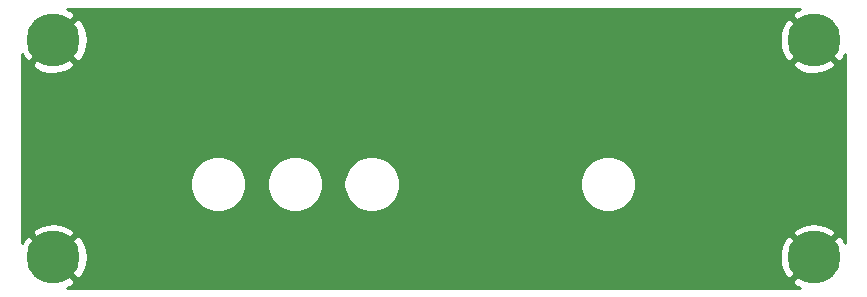
<source format=gbr>
G04 #@! TF.GenerationSoftware,KiCad,Pcbnew,5.1.5-1.fc31*
G04 #@! TF.CreationDate,2020-05-07T20:18:55-05:00*
G04 #@! TF.ProjectId,FrontPanel,46726f6e-7450-4616-9e65-6c2e6b696361,B*
G04 #@! TF.SameCoordinates,Original*
G04 #@! TF.FileFunction,Copper,L2,Bot*
G04 #@! TF.FilePolarity,Positive*
%FSLAX46Y46*%
G04 Gerber Fmt 4.6, Leading zero omitted, Abs format (unit mm)*
G04 Created by KiCad (PCBNEW 5.1.5-1.fc31) date 2020-05-07 20:18:55*
%MOMM*%
%LPD*%
G04 APERTURE LIST*
%ADD10C,4.500000*%
%ADD11C,0.254000*%
G04 APERTURE END LIST*
D10*
X167700000Y-97200000D03*
X103300000Y-97200000D03*
X167700000Y-78800000D03*
X103300000Y-78800000D03*
D11*
G36*
X166509076Y-76163863D02*
G01*
X166100416Y-76382296D01*
X165854265Y-76774660D01*
X167700000Y-78620395D01*
X167714143Y-78606253D01*
X167893748Y-78785858D01*
X167879605Y-78800000D01*
X169725340Y-80645735D01*
X170117704Y-80399584D01*
X170339324Y-79980383D01*
X170340000Y-80008063D01*
X170340001Y-95968581D01*
X170336137Y-96009076D01*
X170117704Y-95600416D01*
X169725340Y-95354265D01*
X167879605Y-97200000D01*
X167893748Y-97214143D01*
X167714143Y-97393748D01*
X167700000Y-97379605D01*
X165854265Y-99225340D01*
X166100416Y-99617704D01*
X166519617Y-99839324D01*
X166491937Y-99840000D01*
X104531409Y-99840000D01*
X104490924Y-99836137D01*
X104899584Y-99617704D01*
X105145735Y-99225340D01*
X103300000Y-97379605D01*
X103285858Y-97393748D01*
X103106253Y-97214143D01*
X103120395Y-97200000D01*
X103479605Y-97200000D01*
X105325340Y-99045735D01*
X105717704Y-98799584D01*
X105983312Y-98297178D01*
X106145801Y-97752607D01*
X106196449Y-97213199D01*
X164801072Y-97213199D01*
X164859348Y-97778498D01*
X165026790Y-98321566D01*
X165282296Y-98799584D01*
X165674660Y-99045735D01*
X167520395Y-97200000D01*
X165674660Y-95354265D01*
X165282296Y-95600416D01*
X165016688Y-96102822D01*
X164854199Y-96647393D01*
X164801072Y-97213199D01*
X106196449Y-97213199D01*
X106198928Y-97186801D01*
X106140652Y-96621502D01*
X105973210Y-96078434D01*
X105717704Y-95600416D01*
X105325340Y-95354265D01*
X103479605Y-97200000D01*
X103120395Y-97200000D01*
X101274660Y-95354265D01*
X100882296Y-95600416D01*
X100660676Y-96019617D01*
X100660000Y-95991937D01*
X100660000Y-95174660D01*
X101454265Y-95174660D01*
X103300000Y-97020395D01*
X105145735Y-95174660D01*
X165854265Y-95174660D01*
X167700000Y-97020395D01*
X169545735Y-95174660D01*
X169299584Y-94782296D01*
X168797178Y-94516688D01*
X168252607Y-94354199D01*
X167686801Y-94301072D01*
X167121502Y-94359348D01*
X166578434Y-94526790D01*
X166100416Y-94782296D01*
X165854265Y-95174660D01*
X105145735Y-95174660D01*
X104899584Y-94782296D01*
X104397178Y-94516688D01*
X103852607Y-94354199D01*
X103286801Y-94301072D01*
X102721502Y-94359348D01*
X102178434Y-94526790D01*
X101700416Y-94782296D01*
X101454265Y-95174660D01*
X100660000Y-95174660D01*
X100660000Y-90765098D01*
X114865000Y-90765098D01*
X114865000Y-91234902D01*
X114956654Y-91695679D01*
X115136440Y-92129721D01*
X115397450Y-92520349D01*
X115729651Y-92852550D01*
X116120279Y-93113560D01*
X116554321Y-93293346D01*
X117015098Y-93385000D01*
X117484902Y-93385000D01*
X117945679Y-93293346D01*
X118379721Y-93113560D01*
X118770349Y-92852550D01*
X119102550Y-92520349D01*
X119363560Y-92129721D01*
X119543346Y-91695679D01*
X119635000Y-91234902D01*
X119635000Y-90765098D01*
X121365000Y-90765098D01*
X121365000Y-91234902D01*
X121456654Y-91695679D01*
X121636440Y-92129721D01*
X121897450Y-92520349D01*
X122229651Y-92852550D01*
X122620279Y-93113560D01*
X123054321Y-93293346D01*
X123515098Y-93385000D01*
X123984902Y-93385000D01*
X124445679Y-93293346D01*
X124879721Y-93113560D01*
X125270349Y-92852550D01*
X125602550Y-92520349D01*
X125863560Y-92129721D01*
X126043346Y-91695679D01*
X126135000Y-91234902D01*
X126135000Y-90765098D01*
X127865000Y-90765098D01*
X127865000Y-91234902D01*
X127956654Y-91695679D01*
X128136440Y-92129721D01*
X128397450Y-92520349D01*
X128729651Y-92852550D01*
X129120279Y-93113560D01*
X129554321Y-93293346D01*
X130015098Y-93385000D01*
X130484902Y-93385000D01*
X130945679Y-93293346D01*
X131379721Y-93113560D01*
X131770349Y-92852550D01*
X132102550Y-92520349D01*
X132363560Y-92129721D01*
X132543346Y-91695679D01*
X132635000Y-91234902D01*
X132635000Y-90765098D01*
X147865000Y-90765098D01*
X147865000Y-91234902D01*
X147956654Y-91695679D01*
X148136440Y-92129721D01*
X148397450Y-92520349D01*
X148729651Y-92852550D01*
X149120279Y-93113560D01*
X149554321Y-93293346D01*
X150015098Y-93385000D01*
X150484902Y-93385000D01*
X150945679Y-93293346D01*
X151379721Y-93113560D01*
X151770349Y-92852550D01*
X152102550Y-92520349D01*
X152363560Y-92129721D01*
X152543346Y-91695679D01*
X152635000Y-91234902D01*
X152635000Y-90765098D01*
X152543346Y-90304321D01*
X152363560Y-89870279D01*
X152102550Y-89479651D01*
X151770349Y-89147450D01*
X151379721Y-88886440D01*
X150945679Y-88706654D01*
X150484902Y-88615000D01*
X150015098Y-88615000D01*
X149554321Y-88706654D01*
X149120279Y-88886440D01*
X148729651Y-89147450D01*
X148397450Y-89479651D01*
X148136440Y-89870279D01*
X147956654Y-90304321D01*
X147865000Y-90765098D01*
X132635000Y-90765098D01*
X132543346Y-90304321D01*
X132363560Y-89870279D01*
X132102550Y-89479651D01*
X131770349Y-89147450D01*
X131379721Y-88886440D01*
X130945679Y-88706654D01*
X130484902Y-88615000D01*
X130015098Y-88615000D01*
X129554321Y-88706654D01*
X129120279Y-88886440D01*
X128729651Y-89147450D01*
X128397450Y-89479651D01*
X128136440Y-89870279D01*
X127956654Y-90304321D01*
X127865000Y-90765098D01*
X126135000Y-90765098D01*
X126043346Y-90304321D01*
X125863560Y-89870279D01*
X125602550Y-89479651D01*
X125270349Y-89147450D01*
X124879721Y-88886440D01*
X124445679Y-88706654D01*
X123984902Y-88615000D01*
X123515098Y-88615000D01*
X123054321Y-88706654D01*
X122620279Y-88886440D01*
X122229651Y-89147450D01*
X121897450Y-89479651D01*
X121636440Y-89870279D01*
X121456654Y-90304321D01*
X121365000Y-90765098D01*
X119635000Y-90765098D01*
X119543346Y-90304321D01*
X119363560Y-89870279D01*
X119102550Y-89479651D01*
X118770349Y-89147450D01*
X118379721Y-88886440D01*
X117945679Y-88706654D01*
X117484902Y-88615000D01*
X117015098Y-88615000D01*
X116554321Y-88706654D01*
X116120279Y-88886440D01*
X115729651Y-89147450D01*
X115397450Y-89479651D01*
X115136440Y-89870279D01*
X114956654Y-90304321D01*
X114865000Y-90765098D01*
X100660000Y-90765098D01*
X100660000Y-80825340D01*
X101454265Y-80825340D01*
X101700416Y-81217704D01*
X102202822Y-81483312D01*
X102747393Y-81645801D01*
X103313199Y-81698928D01*
X103878498Y-81640652D01*
X104421566Y-81473210D01*
X104899584Y-81217704D01*
X105145735Y-80825340D01*
X165854265Y-80825340D01*
X166100416Y-81217704D01*
X166602822Y-81483312D01*
X167147393Y-81645801D01*
X167713199Y-81698928D01*
X168278498Y-81640652D01*
X168821566Y-81473210D01*
X169299584Y-81217704D01*
X169545735Y-80825340D01*
X167700000Y-78979605D01*
X165854265Y-80825340D01*
X105145735Y-80825340D01*
X103300000Y-78979605D01*
X101454265Y-80825340D01*
X100660000Y-80825340D01*
X100660000Y-80031409D01*
X100663863Y-79990924D01*
X100882296Y-80399584D01*
X101274660Y-80645735D01*
X103120395Y-78800000D01*
X103479605Y-78800000D01*
X105325340Y-80645735D01*
X105717704Y-80399584D01*
X105983312Y-79897178D01*
X106145801Y-79352607D01*
X106196449Y-78813199D01*
X164801072Y-78813199D01*
X164859348Y-79378498D01*
X165026790Y-79921566D01*
X165282296Y-80399584D01*
X165674660Y-80645735D01*
X167520395Y-78800000D01*
X165674660Y-76954265D01*
X165282296Y-77200416D01*
X165016688Y-77702822D01*
X164854199Y-78247393D01*
X164801072Y-78813199D01*
X106196449Y-78813199D01*
X106198928Y-78786801D01*
X106140652Y-78221502D01*
X105973210Y-77678434D01*
X105717704Y-77200416D01*
X105325340Y-76954265D01*
X103479605Y-78800000D01*
X103120395Y-78800000D01*
X103106253Y-78785858D01*
X103285858Y-78606253D01*
X103300000Y-78620395D01*
X105145735Y-76774660D01*
X104899584Y-76382296D01*
X104480383Y-76160676D01*
X104508063Y-76160000D01*
X166468591Y-76160000D01*
X166509076Y-76163863D01*
G37*
X166509076Y-76163863D02*
X166100416Y-76382296D01*
X165854265Y-76774660D01*
X167700000Y-78620395D01*
X167714143Y-78606253D01*
X167893748Y-78785858D01*
X167879605Y-78800000D01*
X169725340Y-80645735D01*
X170117704Y-80399584D01*
X170339324Y-79980383D01*
X170340000Y-80008063D01*
X170340001Y-95968581D01*
X170336137Y-96009076D01*
X170117704Y-95600416D01*
X169725340Y-95354265D01*
X167879605Y-97200000D01*
X167893748Y-97214143D01*
X167714143Y-97393748D01*
X167700000Y-97379605D01*
X165854265Y-99225340D01*
X166100416Y-99617704D01*
X166519617Y-99839324D01*
X166491937Y-99840000D01*
X104531409Y-99840000D01*
X104490924Y-99836137D01*
X104899584Y-99617704D01*
X105145735Y-99225340D01*
X103300000Y-97379605D01*
X103285858Y-97393748D01*
X103106253Y-97214143D01*
X103120395Y-97200000D01*
X103479605Y-97200000D01*
X105325340Y-99045735D01*
X105717704Y-98799584D01*
X105983312Y-98297178D01*
X106145801Y-97752607D01*
X106196449Y-97213199D01*
X164801072Y-97213199D01*
X164859348Y-97778498D01*
X165026790Y-98321566D01*
X165282296Y-98799584D01*
X165674660Y-99045735D01*
X167520395Y-97200000D01*
X165674660Y-95354265D01*
X165282296Y-95600416D01*
X165016688Y-96102822D01*
X164854199Y-96647393D01*
X164801072Y-97213199D01*
X106196449Y-97213199D01*
X106198928Y-97186801D01*
X106140652Y-96621502D01*
X105973210Y-96078434D01*
X105717704Y-95600416D01*
X105325340Y-95354265D01*
X103479605Y-97200000D01*
X103120395Y-97200000D01*
X101274660Y-95354265D01*
X100882296Y-95600416D01*
X100660676Y-96019617D01*
X100660000Y-95991937D01*
X100660000Y-95174660D01*
X101454265Y-95174660D01*
X103300000Y-97020395D01*
X105145735Y-95174660D01*
X165854265Y-95174660D01*
X167700000Y-97020395D01*
X169545735Y-95174660D01*
X169299584Y-94782296D01*
X168797178Y-94516688D01*
X168252607Y-94354199D01*
X167686801Y-94301072D01*
X167121502Y-94359348D01*
X166578434Y-94526790D01*
X166100416Y-94782296D01*
X165854265Y-95174660D01*
X105145735Y-95174660D01*
X104899584Y-94782296D01*
X104397178Y-94516688D01*
X103852607Y-94354199D01*
X103286801Y-94301072D01*
X102721502Y-94359348D01*
X102178434Y-94526790D01*
X101700416Y-94782296D01*
X101454265Y-95174660D01*
X100660000Y-95174660D01*
X100660000Y-90765098D01*
X114865000Y-90765098D01*
X114865000Y-91234902D01*
X114956654Y-91695679D01*
X115136440Y-92129721D01*
X115397450Y-92520349D01*
X115729651Y-92852550D01*
X116120279Y-93113560D01*
X116554321Y-93293346D01*
X117015098Y-93385000D01*
X117484902Y-93385000D01*
X117945679Y-93293346D01*
X118379721Y-93113560D01*
X118770349Y-92852550D01*
X119102550Y-92520349D01*
X119363560Y-92129721D01*
X119543346Y-91695679D01*
X119635000Y-91234902D01*
X119635000Y-90765098D01*
X121365000Y-90765098D01*
X121365000Y-91234902D01*
X121456654Y-91695679D01*
X121636440Y-92129721D01*
X121897450Y-92520349D01*
X122229651Y-92852550D01*
X122620279Y-93113560D01*
X123054321Y-93293346D01*
X123515098Y-93385000D01*
X123984902Y-93385000D01*
X124445679Y-93293346D01*
X124879721Y-93113560D01*
X125270349Y-92852550D01*
X125602550Y-92520349D01*
X125863560Y-92129721D01*
X126043346Y-91695679D01*
X126135000Y-91234902D01*
X126135000Y-90765098D01*
X127865000Y-90765098D01*
X127865000Y-91234902D01*
X127956654Y-91695679D01*
X128136440Y-92129721D01*
X128397450Y-92520349D01*
X128729651Y-92852550D01*
X129120279Y-93113560D01*
X129554321Y-93293346D01*
X130015098Y-93385000D01*
X130484902Y-93385000D01*
X130945679Y-93293346D01*
X131379721Y-93113560D01*
X131770349Y-92852550D01*
X132102550Y-92520349D01*
X132363560Y-92129721D01*
X132543346Y-91695679D01*
X132635000Y-91234902D01*
X132635000Y-90765098D01*
X147865000Y-90765098D01*
X147865000Y-91234902D01*
X147956654Y-91695679D01*
X148136440Y-92129721D01*
X148397450Y-92520349D01*
X148729651Y-92852550D01*
X149120279Y-93113560D01*
X149554321Y-93293346D01*
X150015098Y-93385000D01*
X150484902Y-93385000D01*
X150945679Y-93293346D01*
X151379721Y-93113560D01*
X151770349Y-92852550D01*
X152102550Y-92520349D01*
X152363560Y-92129721D01*
X152543346Y-91695679D01*
X152635000Y-91234902D01*
X152635000Y-90765098D01*
X152543346Y-90304321D01*
X152363560Y-89870279D01*
X152102550Y-89479651D01*
X151770349Y-89147450D01*
X151379721Y-88886440D01*
X150945679Y-88706654D01*
X150484902Y-88615000D01*
X150015098Y-88615000D01*
X149554321Y-88706654D01*
X149120279Y-88886440D01*
X148729651Y-89147450D01*
X148397450Y-89479651D01*
X148136440Y-89870279D01*
X147956654Y-90304321D01*
X147865000Y-90765098D01*
X132635000Y-90765098D01*
X132543346Y-90304321D01*
X132363560Y-89870279D01*
X132102550Y-89479651D01*
X131770349Y-89147450D01*
X131379721Y-88886440D01*
X130945679Y-88706654D01*
X130484902Y-88615000D01*
X130015098Y-88615000D01*
X129554321Y-88706654D01*
X129120279Y-88886440D01*
X128729651Y-89147450D01*
X128397450Y-89479651D01*
X128136440Y-89870279D01*
X127956654Y-90304321D01*
X127865000Y-90765098D01*
X126135000Y-90765098D01*
X126043346Y-90304321D01*
X125863560Y-89870279D01*
X125602550Y-89479651D01*
X125270349Y-89147450D01*
X124879721Y-88886440D01*
X124445679Y-88706654D01*
X123984902Y-88615000D01*
X123515098Y-88615000D01*
X123054321Y-88706654D01*
X122620279Y-88886440D01*
X122229651Y-89147450D01*
X121897450Y-89479651D01*
X121636440Y-89870279D01*
X121456654Y-90304321D01*
X121365000Y-90765098D01*
X119635000Y-90765098D01*
X119543346Y-90304321D01*
X119363560Y-89870279D01*
X119102550Y-89479651D01*
X118770349Y-89147450D01*
X118379721Y-88886440D01*
X117945679Y-88706654D01*
X117484902Y-88615000D01*
X117015098Y-88615000D01*
X116554321Y-88706654D01*
X116120279Y-88886440D01*
X115729651Y-89147450D01*
X115397450Y-89479651D01*
X115136440Y-89870279D01*
X114956654Y-90304321D01*
X114865000Y-90765098D01*
X100660000Y-90765098D01*
X100660000Y-80825340D01*
X101454265Y-80825340D01*
X101700416Y-81217704D01*
X102202822Y-81483312D01*
X102747393Y-81645801D01*
X103313199Y-81698928D01*
X103878498Y-81640652D01*
X104421566Y-81473210D01*
X104899584Y-81217704D01*
X105145735Y-80825340D01*
X165854265Y-80825340D01*
X166100416Y-81217704D01*
X166602822Y-81483312D01*
X167147393Y-81645801D01*
X167713199Y-81698928D01*
X168278498Y-81640652D01*
X168821566Y-81473210D01*
X169299584Y-81217704D01*
X169545735Y-80825340D01*
X167700000Y-78979605D01*
X165854265Y-80825340D01*
X105145735Y-80825340D01*
X103300000Y-78979605D01*
X101454265Y-80825340D01*
X100660000Y-80825340D01*
X100660000Y-80031409D01*
X100663863Y-79990924D01*
X100882296Y-80399584D01*
X101274660Y-80645735D01*
X103120395Y-78800000D01*
X103479605Y-78800000D01*
X105325340Y-80645735D01*
X105717704Y-80399584D01*
X105983312Y-79897178D01*
X106145801Y-79352607D01*
X106196449Y-78813199D01*
X164801072Y-78813199D01*
X164859348Y-79378498D01*
X165026790Y-79921566D01*
X165282296Y-80399584D01*
X165674660Y-80645735D01*
X167520395Y-78800000D01*
X165674660Y-76954265D01*
X165282296Y-77200416D01*
X165016688Y-77702822D01*
X164854199Y-78247393D01*
X164801072Y-78813199D01*
X106196449Y-78813199D01*
X106198928Y-78786801D01*
X106140652Y-78221502D01*
X105973210Y-77678434D01*
X105717704Y-77200416D01*
X105325340Y-76954265D01*
X103479605Y-78800000D01*
X103120395Y-78800000D01*
X103106253Y-78785858D01*
X103285858Y-78606253D01*
X103300000Y-78620395D01*
X105145735Y-76774660D01*
X104899584Y-76382296D01*
X104480383Y-76160676D01*
X104508063Y-76160000D01*
X166468591Y-76160000D01*
X166509076Y-76163863D01*
M02*

</source>
